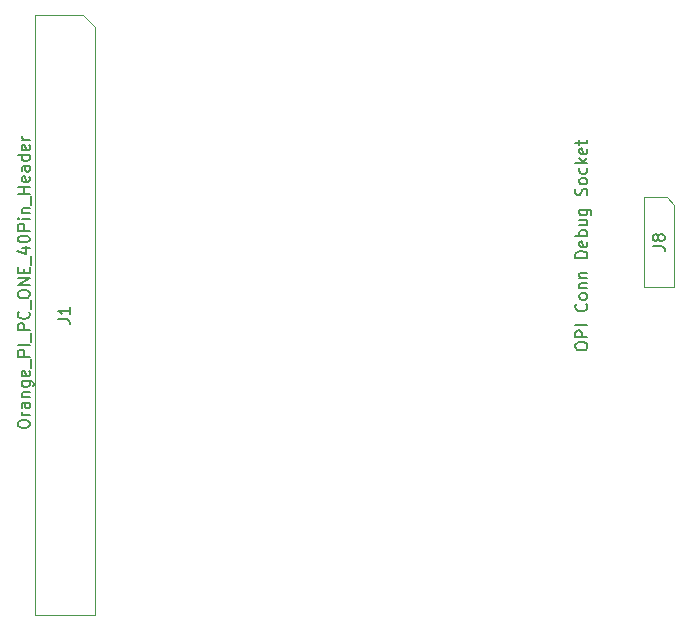
<source format=gbr>
G04 #@! TF.GenerationSoftware,KiCad,Pcbnew,8.0.5*
G04 #@! TF.CreationDate,2024-10-14T11:26:22+05:00*
G04 #@! TF.ProjectId,2floor_for_orange_pi,32666c6f-6f72-45f6-966f-725f6f72616e,rev?*
G04 #@! TF.SameCoordinates,Original*
G04 #@! TF.FileFunction,AssemblyDrawing,Top*
%FSLAX46Y46*%
G04 Gerber Fmt 4.6, Leading zero omitted, Abs format (unit mm)*
G04 Created by KiCad (PCBNEW 8.0.5) date 2024-10-14 11:26:22*
%MOMM*%
%LPD*%
G01*
G04 APERTURE LIST*
%ADD10C,0.150000*%
%ADD11C,0.100000*%
G04 APERTURE END LIST*
D10*
X67404819Y-50765238D02*
X67404819Y-50574762D01*
X67404819Y-50574762D02*
X67452438Y-50479524D01*
X67452438Y-50479524D02*
X67547676Y-50384286D01*
X67547676Y-50384286D02*
X67738152Y-50336667D01*
X67738152Y-50336667D02*
X68071485Y-50336667D01*
X68071485Y-50336667D02*
X68261961Y-50384286D01*
X68261961Y-50384286D02*
X68357200Y-50479524D01*
X68357200Y-50479524D02*
X68404819Y-50574762D01*
X68404819Y-50574762D02*
X68404819Y-50765238D01*
X68404819Y-50765238D02*
X68357200Y-50860476D01*
X68357200Y-50860476D02*
X68261961Y-50955714D01*
X68261961Y-50955714D02*
X68071485Y-51003333D01*
X68071485Y-51003333D02*
X67738152Y-51003333D01*
X67738152Y-51003333D02*
X67547676Y-50955714D01*
X67547676Y-50955714D02*
X67452438Y-50860476D01*
X67452438Y-50860476D02*
X67404819Y-50765238D01*
X68404819Y-49908095D02*
X67404819Y-49908095D01*
X67404819Y-49908095D02*
X67404819Y-49527143D01*
X67404819Y-49527143D02*
X67452438Y-49431905D01*
X67452438Y-49431905D02*
X67500057Y-49384286D01*
X67500057Y-49384286D02*
X67595295Y-49336667D01*
X67595295Y-49336667D02*
X67738152Y-49336667D01*
X67738152Y-49336667D02*
X67833390Y-49384286D01*
X67833390Y-49384286D02*
X67881009Y-49431905D01*
X67881009Y-49431905D02*
X67928628Y-49527143D01*
X67928628Y-49527143D02*
X67928628Y-49908095D01*
X68404819Y-48908095D02*
X67404819Y-48908095D01*
X68309580Y-47098572D02*
X68357200Y-47146191D01*
X68357200Y-47146191D02*
X68404819Y-47289048D01*
X68404819Y-47289048D02*
X68404819Y-47384286D01*
X68404819Y-47384286D02*
X68357200Y-47527143D01*
X68357200Y-47527143D02*
X68261961Y-47622381D01*
X68261961Y-47622381D02*
X68166723Y-47670000D01*
X68166723Y-47670000D02*
X67976247Y-47717619D01*
X67976247Y-47717619D02*
X67833390Y-47717619D01*
X67833390Y-47717619D02*
X67642914Y-47670000D01*
X67642914Y-47670000D02*
X67547676Y-47622381D01*
X67547676Y-47622381D02*
X67452438Y-47527143D01*
X67452438Y-47527143D02*
X67404819Y-47384286D01*
X67404819Y-47384286D02*
X67404819Y-47289048D01*
X67404819Y-47289048D02*
X67452438Y-47146191D01*
X67452438Y-47146191D02*
X67500057Y-47098572D01*
X68404819Y-46527143D02*
X68357200Y-46622381D01*
X68357200Y-46622381D02*
X68309580Y-46670000D01*
X68309580Y-46670000D02*
X68214342Y-46717619D01*
X68214342Y-46717619D02*
X67928628Y-46717619D01*
X67928628Y-46717619D02*
X67833390Y-46670000D01*
X67833390Y-46670000D02*
X67785771Y-46622381D01*
X67785771Y-46622381D02*
X67738152Y-46527143D01*
X67738152Y-46527143D02*
X67738152Y-46384286D01*
X67738152Y-46384286D02*
X67785771Y-46289048D01*
X67785771Y-46289048D02*
X67833390Y-46241429D01*
X67833390Y-46241429D02*
X67928628Y-46193810D01*
X67928628Y-46193810D02*
X68214342Y-46193810D01*
X68214342Y-46193810D02*
X68309580Y-46241429D01*
X68309580Y-46241429D02*
X68357200Y-46289048D01*
X68357200Y-46289048D02*
X68404819Y-46384286D01*
X68404819Y-46384286D02*
X68404819Y-46527143D01*
X67738152Y-45765238D02*
X68404819Y-45765238D01*
X67833390Y-45765238D02*
X67785771Y-45717619D01*
X67785771Y-45717619D02*
X67738152Y-45622381D01*
X67738152Y-45622381D02*
X67738152Y-45479524D01*
X67738152Y-45479524D02*
X67785771Y-45384286D01*
X67785771Y-45384286D02*
X67881009Y-45336667D01*
X67881009Y-45336667D02*
X68404819Y-45336667D01*
X67738152Y-44860476D02*
X68404819Y-44860476D01*
X67833390Y-44860476D02*
X67785771Y-44812857D01*
X67785771Y-44812857D02*
X67738152Y-44717619D01*
X67738152Y-44717619D02*
X67738152Y-44574762D01*
X67738152Y-44574762D02*
X67785771Y-44479524D01*
X67785771Y-44479524D02*
X67881009Y-44431905D01*
X67881009Y-44431905D02*
X68404819Y-44431905D01*
X68404819Y-43193809D02*
X67404819Y-43193809D01*
X67404819Y-43193809D02*
X67404819Y-42955714D01*
X67404819Y-42955714D02*
X67452438Y-42812857D01*
X67452438Y-42812857D02*
X67547676Y-42717619D01*
X67547676Y-42717619D02*
X67642914Y-42670000D01*
X67642914Y-42670000D02*
X67833390Y-42622381D01*
X67833390Y-42622381D02*
X67976247Y-42622381D01*
X67976247Y-42622381D02*
X68166723Y-42670000D01*
X68166723Y-42670000D02*
X68261961Y-42717619D01*
X68261961Y-42717619D02*
X68357200Y-42812857D01*
X68357200Y-42812857D02*
X68404819Y-42955714D01*
X68404819Y-42955714D02*
X68404819Y-43193809D01*
X68357200Y-41812857D02*
X68404819Y-41908095D01*
X68404819Y-41908095D02*
X68404819Y-42098571D01*
X68404819Y-42098571D02*
X68357200Y-42193809D01*
X68357200Y-42193809D02*
X68261961Y-42241428D01*
X68261961Y-42241428D02*
X67881009Y-42241428D01*
X67881009Y-42241428D02*
X67785771Y-42193809D01*
X67785771Y-42193809D02*
X67738152Y-42098571D01*
X67738152Y-42098571D02*
X67738152Y-41908095D01*
X67738152Y-41908095D02*
X67785771Y-41812857D01*
X67785771Y-41812857D02*
X67881009Y-41765238D01*
X67881009Y-41765238D02*
X67976247Y-41765238D01*
X67976247Y-41765238D02*
X68071485Y-42241428D01*
X68404819Y-41336666D02*
X67404819Y-41336666D01*
X67785771Y-41336666D02*
X67738152Y-41241428D01*
X67738152Y-41241428D02*
X67738152Y-41050952D01*
X67738152Y-41050952D02*
X67785771Y-40955714D01*
X67785771Y-40955714D02*
X67833390Y-40908095D01*
X67833390Y-40908095D02*
X67928628Y-40860476D01*
X67928628Y-40860476D02*
X68214342Y-40860476D01*
X68214342Y-40860476D02*
X68309580Y-40908095D01*
X68309580Y-40908095D02*
X68357200Y-40955714D01*
X68357200Y-40955714D02*
X68404819Y-41050952D01*
X68404819Y-41050952D02*
X68404819Y-41241428D01*
X68404819Y-41241428D02*
X68357200Y-41336666D01*
X67738152Y-40003333D02*
X68404819Y-40003333D01*
X67738152Y-40431904D02*
X68261961Y-40431904D01*
X68261961Y-40431904D02*
X68357200Y-40384285D01*
X68357200Y-40384285D02*
X68404819Y-40289047D01*
X68404819Y-40289047D02*
X68404819Y-40146190D01*
X68404819Y-40146190D02*
X68357200Y-40050952D01*
X68357200Y-40050952D02*
X68309580Y-40003333D01*
X67738152Y-39098571D02*
X68547676Y-39098571D01*
X68547676Y-39098571D02*
X68642914Y-39146190D01*
X68642914Y-39146190D02*
X68690533Y-39193809D01*
X68690533Y-39193809D02*
X68738152Y-39289047D01*
X68738152Y-39289047D02*
X68738152Y-39431904D01*
X68738152Y-39431904D02*
X68690533Y-39527142D01*
X68357200Y-39098571D02*
X68404819Y-39193809D01*
X68404819Y-39193809D02*
X68404819Y-39384285D01*
X68404819Y-39384285D02*
X68357200Y-39479523D01*
X68357200Y-39479523D02*
X68309580Y-39527142D01*
X68309580Y-39527142D02*
X68214342Y-39574761D01*
X68214342Y-39574761D02*
X67928628Y-39574761D01*
X67928628Y-39574761D02*
X67833390Y-39527142D01*
X67833390Y-39527142D02*
X67785771Y-39479523D01*
X67785771Y-39479523D02*
X67738152Y-39384285D01*
X67738152Y-39384285D02*
X67738152Y-39193809D01*
X67738152Y-39193809D02*
X67785771Y-39098571D01*
X68357200Y-37908094D02*
X68404819Y-37765237D01*
X68404819Y-37765237D02*
X68404819Y-37527142D01*
X68404819Y-37527142D02*
X68357200Y-37431904D01*
X68357200Y-37431904D02*
X68309580Y-37384285D01*
X68309580Y-37384285D02*
X68214342Y-37336666D01*
X68214342Y-37336666D02*
X68119104Y-37336666D01*
X68119104Y-37336666D02*
X68023866Y-37384285D01*
X68023866Y-37384285D02*
X67976247Y-37431904D01*
X67976247Y-37431904D02*
X67928628Y-37527142D01*
X67928628Y-37527142D02*
X67881009Y-37717618D01*
X67881009Y-37717618D02*
X67833390Y-37812856D01*
X67833390Y-37812856D02*
X67785771Y-37860475D01*
X67785771Y-37860475D02*
X67690533Y-37908094D01*
X67690533Y-37908094D02*
X67595295Y-37908094D01*
X67595295Y-37908094D02*
X67500057Y-37860475D01*
X67500057Y-37860475D02*
X67452438Y-37812856D01*
X67452438Y-37812856D02*
X67404819Y-37717618D01*
X67404819Y-37717618D02*
X67404819Y-37479523D01*
X67404819Y-37479523D02*
X67452438Y-37336666D01*
X68404819Y-36765237D02*
X68357200Y-36860475D01*
X68357200Y-36860475D02*
X68309580Y-36908094D01*
X68309580Y-36908094D02*
X68214342Y-36955713D01*
X68214342Y-36955713D02*
X67928628Y-36955713D01*
X67928628Y-36955713D02*
X67833390Y-36908094D01*
X67833390Y-36908094D02*
X67785771Y-36860475D01*
X67785771Y-36860475D02*
X67738152Y-36765237D01*
X67738152Y-36765237D02*
X67738152Y-36622380D01*
X67738152Y-36622380D02*
X67785771Y-36527142D01*
X67785771Y-36527142D02*
X67833390Y-36479523D01*
X67833390Y-36479523D02*
X67928628Y-36431904D01*
X67928628Y-36431904D02*
X68214342Y-36431904D01*
X68214342Y-36431904D02*
X68309580Y-36479523D01*
X68309580Y-36479523D02*
X68357200Y-36527142D01*
X68357200Y-36527142D02*
X68404819Y-36622380D01*
X68404819Y-36622380D02*
X68404819Y-36765237D01*
X68357200Y-35574761D02*
X68404819Y-35669999D01*
X68404819Y-35669999D02*
X68404819Y-35860475D01*
X68404819Y-35860475D02*
X68357200Y-35955713D01*
X68357200Y-35955713D02*
X68309580Y-36003332D01*
X68309580Y-36003332D02*
X68214342Y-36050951D01*
X68214342Y-36050951D02*
X67928628Y-36050951D01*
X67928628Y-36050951D02*
X67833390Y-36003332D01*
X67833390Y-36003332D02*
X67785771Y-35955713D01*
X67785771Y-35955713D02*
X67738152Y-35860475D01*
X67738152Y-35860475D02*
X67738152Y-35669999D01*
X67738152Y-35669999D02*
X67785771Y-35574761D01*
X68404819Y-35146189D02*
X67404819Y-35146189D01*
X68023866Y-35050951D02*
X68404819Y-34765237D01*
X67738152Y-34765237D02*
X68119104Y-35146189D01*
X68357200Y-33955713D02*
X68404819Y-34050951D01*
X68404819Y-34050951D02*
X68404819Y-34241427D01*
X68404819Y-34241427D02*
X68357200Y-34336665D01*
X68357200Y-34336665D02*
X68261961Y-34384284D01*
X68261961Y-34384284D02*
X67881009Y-34384284D01*
X67881009Y-34384284D02*
X67785771Y-34336665D01*
X67785771Y-34336665D02*
X67738152Y-34241427D01*
X67738152Y-34241427D02*
X67738152Y-34050951D01*
X67738152Y-34050951D02*
X67785771Y-33955713D01*
X67785771Y-33955713D02*
X67881009Y-33908094D01*
X67881009Y-33908094D02*
X67976247Y-33908094D01*
X67976247Y-33908094D02*
X68071485Y-34384284D01*
X67738152Y-33622379D02*
X67738152Y-33241427D01*
X67404819Y-33479522D02*
X68261961Y-33479522D01*
X68261961Y-33479522D02*
X68357200Y-33431903D01*
X68357200Y-33431903D02*
X68404819Y-33336665D01*
X68404819Y-33336665D02*
X68404819Y-33241427D01*
X73954819Y-42193333D02*
X74669104Y-42193333D01*
X74669104Y-42193333D02*
X74811961Y-42240952D01*
X74811961Y-42240952D02*
X74907200Y-42336190D01*
X74907200Y-42336190D02*
X74954819Y-42479047D01*
X74954819Y-42479047D02*
X74954819Y-42574285D01*
X74383390Y-41574285D02*
X74335771Y-41669523D01*
X74335771Y-41669523D02*
X74288152Y-41717142D01*
X74288152Y-41717142D02*
X74192914Y-41764761D01*
X74192914Y-41764761D02*
X74145295Y-41764761D01*
X74145295Y-41764761D02*
X74050057Y-41717142D01*
X74050057Y-41717142D02*
X74002438Y-41669523D01*
X74002438Y-41669523D02*
X73954819Y-41574285D01*
X73954819Y-41574285D02*
X73954819Y-41383809D01*
X73954819Y-41383809D02*
X74002438Y-41288571D01*
X74002438Y-41288571D02*
X74050057Y-41240952D01*
X74050057Y-41240952D02*
X74145295Y-41193333D01*
X74145295Y-41193333D02*
X74192914Y-41193333D01*
X74192914Y-41193333D02*
X74288152Y-41240952D01*
X74288152Y-41240952D02*
X74335771Y-41288571D01*
X74335771Y-41288571D02*
X74383390Y-41383809D01*
X74383390Y-41383809D02*
X74383390Y-41574285D01*
X74383390Y-41574285D02*
X74431009Y-41669523D01*
X74431009Y-41669523D02*
X74478628Y-41717142D01*
X74478628Y-41717142D02*
X74573866Y-41764761D01*
X74573866Y-41764761D02*
X74764342Y-41764761D01*
X74764342Y-41764761D02*
X74859580Y-41717142D01*
X74859580Y-41717142D02*
X74907200Y-41669523D01*
X74907200Y-41669523D02*
X74954819Y-41574285D01*
X74954819Y-41574285D02*
X74954819Y-41383809D01*
X74954819Y-41383809D02*
X74907200Y-41288571D01*
X74907200Y-41288571D02*
X74859580Y-41240952D01*
X74859580Y-41240952D02*
X74764342Y-41193333D01*
X74764342Y-41193333D02*
X74573866Y-41193333D01*
X74573866Y-41193333D02*
X74478628Y-41240952D01*
X74478628Y-41240952D02*
X74431009Y-41288571D01*
X74431009Y-41288571D02*
X74383390Y-41383809D01*
X20204819Y-57361429D02*
X20204819Y-57170953D01*
X20204819Y-57170953D02*
X20252438Y-57075715D01*
X20252438Y-57075715D02*
X20347676Y-56980477D01*
X20347676Y-56980477D02*
X20538152Y-56932858D01*
X20538152Y-56932858D02*
X20871485Y-56932858D01*
X20871485Y-56932858D02*
X21061961Y-56980477D01*
X21061961Y-56980477D02*
X21157200Y-57075715D01*
X21157200Y-57075715D02*
X21204819Y-57170953D01*
X21204819Y-57170953D02*
X21204819Y-57361429D01*
X21204819Y-57361429D02*
X21157200Y-57456667D01*
X21157200Y-57456667D02*
X21061961Y-57551905D01*
X21061961Y-57551905D02*
X20871485Y-57599524D01*
X20871485Y-57599524D02*
X20538152Y-57599524D01*
X20538152Y-57599524D02*
X20347676Y-57551905D01*
X20347676Y-57551905D02*
X20252438Y-57456667D01*
X20252438Y-57456667D02*
X20204819Y-57361429D01*
X21204819Y-56504286D02*
X20538152Y-56504286D01*
X20728628Y-56504286D02*
X20633390Y-56456667D01*
X20633390Y-56456667D02*
X20585771Y-56409048D01*
X20585771Y-56409048D02*
X20538152Y-56313810D01*
X20538152Y-56313810D02*
X20538152Y-56218572D01*
X21204819Y-55456667D02*
X20681009Y-55456667D01*
X20681009Y-55456667D02*
X20585771Y-55504286D01*
X20585771Y-55504286D02*
X20538152Y-55599524D01*
X20538152Y-55599524D02*
X20538152Y-55790000D01*
X20538152Y-55790000D02*
X20585771Y-55885238D01*
X21157200Y-55456667D02*
X21204819Y-55551905D01*
X21204819Y-55551905D02*
X21204819Y-55790000D01*
X21204819Y-55790000D02*
X21157200Y-55885238D01*
X21157200Y-55885238D02*
X21061961Y-55932857D01*
X21061961Y-55932857D02*
X20966723Y-55932857D01*
X20966723Y-55932857D02*
X20871485Y-55885238D01*
X20871485Y-55885238D02*
X20823866Y-55790000D01*
X20823866Y-55790000D02*
X20823866Y-55551905D01*
X20823866Y-55551905D02*
X20776247Y-55456667D01*
X20538152Y-54980476D02*
X21204819Y-54980476D01*
X20633390Y-54980476D02*
X20585771Y-54932857D01*
X20585771Y-54932857D02*
X20538152Y-54837619D01*
X20538152Y-54837619D02*
X20538152Y-54694762D01*
X20538152Y-54694762D02*
X20585771Y-54599524D01*
X20585771Y-54599524D02*
X20681009Y-54551905D01*
X20681009Y-54551905D02*
X21204819Y-54551905D01*
X20538152Y-53647143D02*
X21347676Y-53647143D01*
X21347676Y-53647143D02*
X21442914Y-53694762D01*
X21442914Y-53694762D02*
X21490533Y-53742381D01*
X21490533Y-53742381D02*
X21538152Y-53837619D01*
X21538152Y-53837619D02*
X21538152Y-53980476D01*
X21538152Y-53980476D02*
X21490533Y-54075714D01*
X21157200Y-53647143D02*
X21204819Y-53742381D01*
X21204819Y-53742381D02*
X21204819Y-53932857D01*
X21204819Y-53932857D02*
X21157200Y-54028095D01*
X21157200Y-54028095D02*
X21109580Y-54075714D01*
X21109580Y-54075714D02*
X21014342Y-54123333D01*
X21014342Y-54123333D02*
X20728628Y-54123333D01*
X20728628Y-54123333D02*
X20633390Y-54075714D01*
X20633390Y-54075714D02*
X20585771Y-54028095D01*
X20585771Y-54028095D02*
X20538152Y-53932857D01*
X20538152Y-53932857D02*
X20538152Y-53742381D01*
X20538152Y-53742381D02*
X20585771Y-53647143D01*
X21157200Y-52790000D02*
X21204819Y-52885238D01*
X21204819Y-52885238D02*
X21204819Y-53075714D01*
X21204819Y-53075714D02*
X21157200Y-53170952D01*
X21157200Y-53170952D02*
X21061961Y-53218571D01*
X21061961Y-53218571D02*
X20681009Y-53218571D01*
X20681009Y-53218571D02*
X20585771Y-53170952D01*
X20585771Y-53170952D02*
X20538152Y-53075714D01*
X20538152Y-53075714D02*
X20538152Y-52885238D01*
X20538152Y-52885238D02*
X20585771Y-52790000D01*
X20585771Y-52790000D02*
X20681009Y-52742381D01*
X20681009Y-52742381D02*
X20776247Y-52742381D01*
X20776247Y-52742381D02*
X20871485Y-53218571D01*
X21300057Y-52551905D02*
X21300057Y-51790000D01*
X21204819Y-51551904D02*
X20204819Y-51551904D01*
X20204819Y-51551904D02*
X20204819Y-51170952D01*
X20204819Y-51170952D02*
X20252438Y-51075714D01*
X20252438Y-51075714D02*
X20300057Y-51028095D01*
X20300057Y-51028095D02*
X20395295Y-50980476D01*
X20395295Y-50980476D02*
X20538152Y-50980476D01*
X20538152Y-50980476D02*
X20633390Y-51028095D01*
X20633390Y-51028095D02*
X20681009Y-51075714D01*
X20681009Y-51075714D02*
X20728628Y-51170952D01*
X20728628Y-51170952D02*
X20728628Y-51551904D01*
X21204819Y-50551904D02*
X20204819Y-50551904D01*
X21300057Y-50313810D02*
X21300057Y-49551905D01*
X21204819Y-49313809D02*
X20204819Y-49313809D01*
X20204819Y-49313809D02*
X20204819Y-48932857D01*
X20204819Y-48932857D02*
X20252438Y-48837619D01*
X20252438Y-48837619D02*
X20300057Y-48790000D01*
X20300057Y-48790000D02*
X20395295Y-48742381D01*
X20395295Y-48742381D02*
X20538152Y-48742381D01*
X20538152Y-48742381D02*
X20633390Y-48790000D01*
X20633390Y-48790000D02*
X20681009Y-48837619D01*
X20681009Y-48837619D02*
X20728628Y-48932857D01*
X20728628Y-48932857D02*
X20728628Y-49313809D01*
X21109580Y-47742381D02*
X21157200Y-47790000D01*
X21157200Y-47790000D02*
X21204819Y-47932857D01*
X21204819Y-47932857D02*
X21204819Y-48028095D01*
X21204819Y-48028095D02*
X21157200Y-48170952D01*
X21157200Y-48170952D02*
X21061961Y-48266190D01*
X21061961Y-48266190D02*
X20966723Y-48313809D01*
X20966723Y-48313809D02*
X20776247Y-48361428D01*
X20776247Y-48361428D02*
X20633390Y-48361428D01*
X20633390Y-48361428D02*
X20442914Y-48313809D01*
X20442914Y-48313809D02*
X20347676Y-48266190D01*
X20347676Y-48266190D02*
X20252438Y-48170952D01*
X20252438Y-48170952D02*
X20204819Y-48028095D01*
X20204819Y-48028095D02*
X20204819Y-47932857D01*
X20204819Y-47932857D02*
X20252438Y-47790000D01*
X20252438Y-47790000D02*
X20300057Y-47742381D01*
X21300057Y-47551905D02*
X21300057Y-46790000D01*
X20204819Y-46361428D02*
X20204819Y-46170952D01*
X20204819Y-46170952D02*
X20252438Y-46075714D01*
X20252438Y-46075714D02*
X20347676Y-45980476D01*
X20347676Y-45980476D02*
X20538152Y-45932857D01*
X20538152Y-45932857D02*
X20871485Y-45932857D01*
X20871485Y-45932857D02*
X21061961Y-45980476D01*
X21061961Y-45980476D02*
X21157200Y-46075714D01*
X21157200Y-46075714D02*
X21204819Y-46170952D01*
X21204819Y-46170952D02*
X21204819Y-46361428D01*
X21204819Y-46361428D02*
X21157200Y-46456666D01*
X21157200Y-46456666D02*
X21061961Y-46551904D01*
X21061961Y-46551904D02*
X20871485Y-46599523D01*
X20871485Y-46599523D02*
X20538152Y-46599523D01*
X20538152Y-46599523D02*
X20347676Y-46551904D01*
X20347676Y-46551904D02*
X20252438Y-46456666D01*
X20252438Y-46456666D02*
X20204819Y-46361428D01*
X21204819Y-45504285D02*
X20204819Y-45504285D01*
X20204819Y-45504285D02*
X21204819Y-44932857D01*
X21204819Y-44932857D02*
X20204819Y-44932857D01*
X20681009Y-44456666D02*
X20681009Y-44123333D01*
X21204819Y-43980476D02*
X21204819Y-44456666D01*
X21204819Y-44456666D02*
X20204819Y-44456666D01*
X20204819Y-44456666D02*
X20204819Y-43980476D01*
X21300057Y-43790000D02*
X21300057Y-43028095D01*
X20538152Y-42361428D02*
X21204819Y-42361428D01*
X20157200Y-42599523D02*
X20871485Y-42837618D01*
X20871485Y-42837618D02*
X20871485Y-42218571D01*
X20204819Y-41647142D02*
X20204819Y-41551904D01*
X20204819Y-41551904D02*
X20252438Y-41456666D01*
X20252438Y-41456666D02*
X20300057Y-41409047D01*
X20300057Y-41409047D02*
X20395295Y-41361428D01*
X20395295Y-41361428D02*
X20585771Y-41313809D01*
X20585771Y-41313809D02*
X20823866Y-41313809D01*
X20823866Y-41313809D02*
X21014342Y-41361428D01*
X21014342Y-41361428D02*
X21109580Y-41409047D01*
X21109580Y-41409047D02*
X21157200Y-41456666D01*
X21157200Y-41456666D02*
X21204819Y-41551904D01*
X21204819Y-41551904D02*
X21204819Y-41647142D01*
X21204819Y-41647142D02*
X21157200Y-41742380D01*
X21157200Y-41742380D02*
X21109580Y-41789999D01*
X21109580Y-41789999D02*
X21014342Y-41837618D01*
X21014342Y-41837618D02*
X20823866Y-41885237D01*
X20823866Y-41885237D02*
X20585771Y-41885237D01*
X20585771Y-41885237D02*
X20395295Y-41837618D01*
X20395295Y-41837618D02*
X20300057Y-41789999D01*
X20300057Y-41789999D02*
X20252438Y-41742380D01*
X20252438Y-41742380D02*
X20204819Y-41647142D01*
X21204819Y-40885237D02*
X20204819Y-40885237D01*
X20204819Y-40885237D02*
X20204819Y-40504285D01*
X20204819Y-40504285D02*
X20252438Y-40409047D01*
X20252438Y-40409047D02*
X20300057Y-40361428D01*
X20300057Y-40361428D02*
X20395295Y-40313809D01*
X20395295Y-40313809D02*
X20538152Y-40313809D01*
X20538152Y-40313809D02*
X20633390Y-40361428D01*
X20633390Y-40361428D02*
X20681009Y-40409047D01*
X20681009Y-40409047D02*
X20728628Y-40504285D01*
X20728628Y-40504285D02*
X20728628Y-40885237D01*
X21204819Y-39885237D02*
X20538152Y-39885237D01*
X20204819Y-39885237D02*
X20252438Y-39932856D01*
X20252438Y-39932856D02*
X20300057Y-39885237D01*
X20300057Y-39885237D02*
X20252438Y-39837618D01*
X20252438Y-39837618D02*
X20204819Y-39885237D01*
X20204819Y-39885237D02*
X20300057Y-39885237D01*
X20538152Y-39409047D02*
X21204819Y-39409047D01*
X20633390Y-39409047D02*
X20585771Y-39361428D01*
X20585771Y-39361428D02*
X20538152Y-39266190D01*
X20538152Y-39266190D02*
X20538152Y-39123333D01*
X20538152Y-39123333D02*
X20585771Y-39028095D01*
X20585771Y-39028095D02*
X20681009Y-38980476D01*
X20681009Y-38980476D02*
X21204819Y-38980476D01*
X21300057Y-38742381D02*
X21300057Y-37980476D01*
X21204819Y-37742380D02*
X20204819Y-37742380D01*
X20681009Y-37742380D02*
X20681009Y-37170952D01*
X21204819Y-37170952D02*
X20204819Y-37170952D01*
X21157200Y-36313809D02*
X21204819Y-36409047D01*
X21204819Y-36409047D02*
X21204819Y-36599523D01*
X21204819Y-36599523D02*
X21157200Y-36694761D01*
X21157200Y-36694761D02*
X21061961Y-36742380D01*
X21061961Y-36742380D02*
X20681009Y-36742380D01*
X20681009Y-36742380D02*
X20585771Y-36694761D01*
X20585771Y-36694761D02*
X20538152Y-36599523D01*
X20538152Y-36599523D02*
X20538152Y-36409047D01*
X20538152Y-36409047D02*
X20585771Y-36313809D01*
X20585771Y-36313809D02*
X20681009Y-36266190D01*
X20681009Y-36266190D02*
X20776247Y-36266190D01*
X20776247Y-36266190D02*
X20871485Y-36742380D01*
X21204819Y-35409047D02*
X20681009Y-35409047D01*
X20681009Y-35409047D02*
X20585771Y-35456666D01*
X20585771Y-35456666D02*
X20538152Y-35551904D01*
X20538152Y-35551904D02*
X20538152Y-35742380D01*
X20538152Y-35742380D02*
X20585771Y-35837618D01*
X21157200Y-35409047D02*
X21204819Y-35504285D01*
X21204819Y-35504285D02*
X21204819Y-35742380D01*
X21204819Y-35742380D02*
X21157200Y-35837618D01*
X21157200Y-35837618D02*
X21061961Y-35885237D01*
X21061961Y-35885237D02*
X20966723Y-35885237D01*
X20966723Y-35885237D02*
X20871485Y-35837618D01*
X20871485Y-35837618D02*
X20823866Y-35742380D01*
X20823866Y-35742380D02*
X20823866Y-35504285D01*
X20823866Y-35504285D02*
X20776247Y-35409047D01*
X21204819Y-34504285D02*
X20204819Y-34504285D01*
X21157200Y-34504285D02*
X21204819Y-34599523D01*
X21204819Y-34599523D02*
X21204819Y-34789999D01*
X21204819Y-34789999D02*
X21157200Y-34885237D01*
X21157200Y-34885237D02*
X21109580Y-34932856D01*
X21109580Y-34932856D02*
X21014342Y-34980475D01*
X21014342Y-34980475D02*
X20728628Y-34980475D01*
X20728628Y-34980475D02*
X20633390Y-34932856D01*
X20633390Y-34932856D02*
X20585771Y-34885237D01*
X20585771Y-34885237D02*
X20538152Y-34789999D01*
X20538152Y-34789999D02*
X20538152Y-34599523D01*
X20538152Y-34599523D02*
X20585771Y-34504285D01*
X21157200Y-33647142D02*
X21204819Y-33742380D01*
X21204819Y-33742380D02*
X21204819Y-33932856D01*
X21204819Y-33932856D02*
X21157200Y-34028094D01*
X21157200Y-34028094D02*
X21061961Y-34075713D01*
X21061961Y-34075713D02*
X20681009Y-34075713D01*
X20681009Y-34075713D02*
X20585771Y-34028094D01*
X20585771Y-34028094D02*
X20538152Y-33932856D01*
X20538152Y-33932856D02*
X20538152Y-33742380D01*
X20538152Y-33742380D02*
X20585771Y-33647142D01*
X20585771Y-33647142D02*
X20681009Y-33599523D01*
X20681009Y-33599523D02*
X20776247Y-33599523D01*
X20776247Y-33599523D02*
X20871485Y-34075713D01*
X21204819Y-33170951D02*
X20538152Y-33170951D01*
X20728628Y-33170951D02*
X20633390Y-33123332D01*
X20633390Y-33123332D02*
X20585771Y-33075713D01*
X20585771Y-33075713D02*
X20538152Y-32980475D01*
X20538152Y-32980475D02*
X20538152Y-32885237D01*
X23614819Y-48393333D02*
X24329104Y-48393333D01*
X24329104Y-48393333D02*
X24471961Y-48440952D01*
X24471961Y-48440952D02*
X24567200Y-48536190D01*
X24567200Y-48536190D02*
X24614819Y-48679047D01*
X24614819Y-48679047D02*
X24614819Y-48774285D01*
X24614819Y-47393333D02*
X24614819Y-47964761D01*
X24614819Y-47679047D02*
X23614819Y-47679047D01*
X23614819Y-47679047D02*
X23757676Y-47774285D01*
X23757676Y-47774285D02*
X23852914Y-47869523D01*
X23852914Y-47869523D02*
X23900533Y-47964761D01*
D11*
G04 #@! TO.C,J8*
X73230000Y-38050000D02*
X75135000Y-38050000D01*
X73230000Y-45670000D02*
X73230000Y-38050000D01*
X75135000Y-38050000D02*
X75770000Y-38685000D01*
X75770000Y-38685000D02*
X75770000Y-45670000D01*
X75770000Y-45670000D02*
X73230000Y-45670000D01*
G04 #@! TO.C,J1*
X21620000Y-22660000D02*
X25700000Y-22660000D01*
X21620000Y-73460000D02*
X21620000Y-22660000D01*
X25700000Y-22660000D02*
X26700000Y-23660000D01*
X26700000Y-23660000D02*
X26700000Y-73460000D01*
X26700000Y-73460000D02*
X21620000Y-73460000D01*
G04 #@! TD*
M02*

</source>
